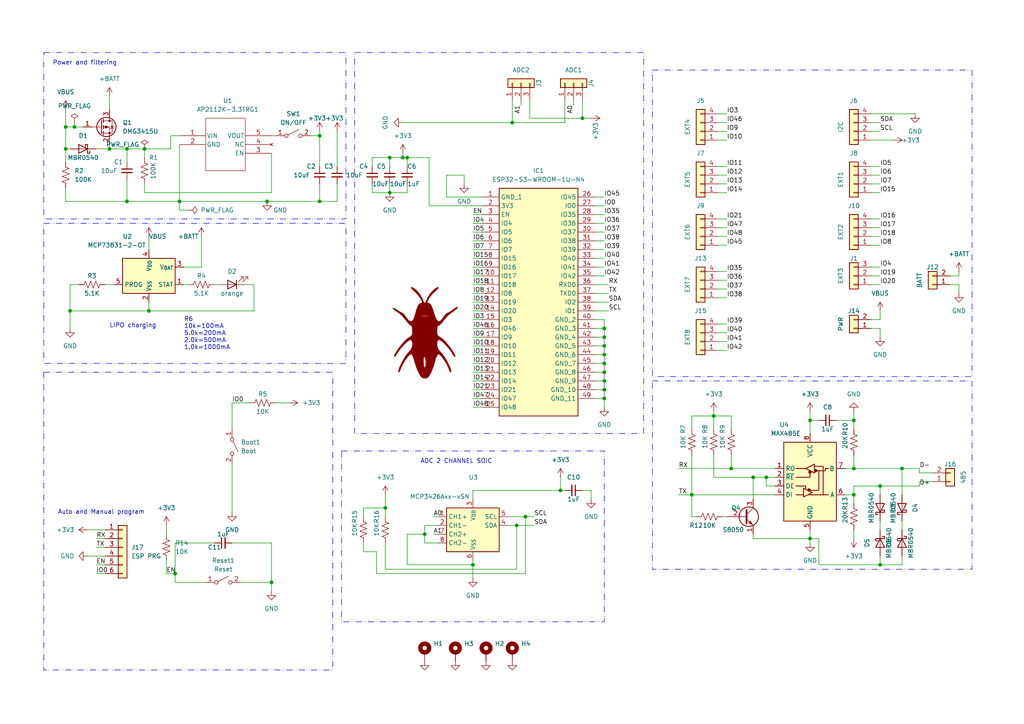
<source format=kicad_sch>
(kicad_sch (version 20231120) (generator "eeschema") (generator_version "8.0")
  (paper "A4")
  (title_block (title "Sonpakharu") (date "2023-12-31") (rev "1.0.1") (company "Rajendra Khope"))
  (junction (at 111.76 147.32))
  (junction (at 137.16 163.83))
  (junction (at 175.26 107.95))
  (junction (at 247.65 143.51))
  (junction (at 19.05 36.83))
  (junction (at 19.05 43.18))
  (junction (at 175.26 95.25))
  (junction (at 175.26 115.57))
  (junction (at 20.32 90.17))
  (junction (at 92.71 39.37))
  (junction (at 52.07 58.42))
  (junction (at 175.26 100.33))
  (junction (at 175.26 110.49))
  (junction (at 168.91 34.29))
  (junction (at 162.56 142.24))
  (junction (at 36.83 58.42))
  (junction (at 36.83 43.18))
  (junction (at 116.84 45.72))
  (junction (at 113.03 45.72))
  (junction (at 77.47 58.42))
  (junction (at 175.26 105.41))
  (junction (at 149.86 152.4))
  (junction (at 255.27 163.83))
  (junction (at 41.91 43.18))
  (junction (at 113.03 55.88))
  (junction (at 212.09 135.89))
  (junction (at 261.62 135.89))
  (junction (at 247.65 135.89))
  (junction (at 175.26 113.03))
  (junction (at 31.75 43.18))
  (junction (at 247.65 121.92))
  (junction (at 200.66 143.51))
  (junction (at 255.27 140.97))
  (junction (at 234.95 156.21))
  (junction (at 148.59 35.56))
  (junction (at 175.26 97.79))
  (junction (at 43.18 90.17))
  (junction (at 152.4 149.86))
  (junction (at 222.25 138.43))
  (junction (at 123.19 154.94))
  (junction (at 234.95 121.92))
  (junction (at 50.8 166.37))
  (junction (at 207.01 120.65))
  (junction (at 118.11 45.72))
  (junction (at 92.71 58.42))
  (junction (at 175.26 102.87))
  (junction (at 218.44 138.43))
  (junction (at 78.74 168.91))
  (junction (at 21.59 36.83))
  (wire (pts (xy 90.17 39.37) (xy 92.71 39.37)))
  (wire (pts (xy 137.16 118.11) (xy 139.7 118.11)))
  (wire (pts (xy 200.66 124.46) (xy 200.66 120.65)))
  (wire (pts (xy 67.31 116.84) (xy 72.39 116.84)))
  (wire (pts (xy 111.76 143.51) (xy 111.76 147.32)))
  (wire (pts (xy 105.41 149.86) (xy 105.41 147.32)))
  (wire (pts (xy 97.79 38.1) (xy 97.79 48.26)))
  (wire (pts (xy 125.73 149.86) (xy 127 149.86)))
  (wire (pts (xy 113.03 45.72) (xy 107.95 45.72)))
  (wire (pts (xy 49.53 39.37) (xy 49.53 43.18)))
  (wire (pts (xy 208.28 48.26) (xy 210.82 48.26)))
  (wire (pts (xy 137.16 107.95) (xy 139.7 107.95)))
  (wire (pts (xy 175.26 95.25) (xy 175.26 97.79)))
  (wire (pts (xy 52.07 60.96) (xy 52.07 58.42)))
  (wire (pts (xy 252.73 63.5) (xy 255.27 63.5)))
  (wire (pts (xy 113.03 53.34) (xy 113.03 55.88)))
  (wire (pts (xy 208.28 33.02) (xy 210.82 33.02)))
  (wire (pts (xy 73.66 90.17) (xy 43.18 90.17)))
  (wire (pts (xy 252.73 38.1) (xy 255.27 38.1)))
  (wire (pts (xy 21.59 36.83) (xy 24.13 36.83)))
  (wire (pts (xy 255.27 163.83) (xy 237.49 163.83)))
  (wire (pts (xy 124.46 45.72) (xy 118.11 45.72)))
  (wire (pts (xy 255.27 140.97) (xy 266.7 140.97)))
  (wire (pts (xy 252.73 40.64) (xy 259.08 40.64)))
  (wire (pts (xy 36.83 52.07) (xy 36.83 58.42)))
  (wire (pts (xy 149.86 165.1) (xy 149.86 152.4)))
  (wire (pts (xy 266.7 139.7) (xy 266.7 140.97)))
  (wire (pts (xy 252.73 95.25) (xy 255.27 95.25)))
  (wire (pts (xy 137.16 82.55) (xy 139.7 82.55)))
  (wire (pts (xy 78.74 168.91) (xy 78.74 171.45)))
  (wire (pts (xy 172.72 105.41) (xy 175.26 105.41)))
  (wire (pts (xy 137.16 105.41) (xy 139.7 105.41)))
  (wire (pts (xy 162.56 142.24) (xy 163.83 142.24)))
  (wire (pts (xy 208.28 71.12) (xy 210.82 71.12)))
  (wire (pts (xy 266.7 137.16) (xy 266.7 135.89)))
  (wire (pts (xy 171.45 142.24) (xy 171.45 144.78)))
  (wire (pts (xy 107.95 53.34) (xy 107.95 55.88)))
  (wire (pts (xy 62.23 157.48) (xy 50.8 157.48)))
  (wire (pts (xy 41.91 53.34) (xy 41.91 55.88)))
  (wire (pts (xy 77.47 58.42) (xy 92.71 58.42)))
  (wire (pts (xy 175.26 110.49) (xy 175.26 113.03)))
  (wire (pts (xy 153.67 29.21) (xy 153.67 34.29)))
  (wire (pts (xy 175.26 97.79) (xy 175.26 100.33)))
  (wire (pts (xy 36.83 46.99) (xy 36.83 43.18)))
  (wire (pts (xy 261.62 151.13) (xy 261.62 153.67)))
  (wire (pts (xy 172.72 95.25) (xy 175.26 95.25)))
  (wire (pts (xy 152.4 149.86) (xy 154.94 149.86)))
  (wire (pts (xy 255.27 151.13) (xy 255.27 153.67)))
  (wire (pts (xy 139.7 59.69) (xy 124.46 59.69)))
  (wire (pts (xy 67.31 134.62) (xy 67.31 148.59)))
  (wire (pts (xy 208.28 78.74) (xy 210.82 78.74)))
  (wire (pts (xy 255.27 161.29) (xy 255.27 163.83)))
  (wire (pts (xy 21.59 35.56) (xy 21.59 36.83)))
  (wire (pts (xy 137.16 102.87) (xy 139.7 102.87)))
  (wire (pts (xy 242.57 121.92) (xy 247.65 121.92)))
  (wire (pts (xy 53.34 82.55) (xy 54.61 82.55)))
  (wire (pts (xy 175.26 105.41) (xy 175.26 107.95)))
  (wire (pts (xy 172.72 100.33) (xy 175.26 100.33)))
  (wire (pts (xy 208.28 99.06) (xy 210.82 99.06)))
  (wire (pts (xy 137.16 67.31) (xy 139.7 67.31)))
  (wire (pts (xy 67.31 157.48) (xy 78.74 157.48)))
  (wire (pts (xy 247.65 135.89) (xy 261.62 135.89)))
  (wire (pts (xy 113.03 45.72) (xy 116.84 45.72)))
  (wire (pts (xy 252.73 66.04) (xy 255.27 66.04)))
  (wire (pts (xy 137.16 90.17) (xy 139.7 90.17)))
  (wire (pts (xy 261.62 143.51) (xy 261.62 135.89)))
  (wire (pts (xy 31.75 43.18) (xy 36.83 43.18)))
  (wire (pts (xy 224.79 140.97) (xy 222.25 140.97)))
  (wire (pts (xy 275.59 80.01) (xy 278.13 80.01)))
  (wire (pts (xy 172.72 92.71) (xy 175.26 92.71)))
  (wire (pts (xy 247.65 135.89) (xy 247.65 132.08)))
  (wire (pts (xy 20.32 95.25) (xy 20.32 90.17)))
  (wire (pts (xy 105.41 157.48) (xy 105.41 160.02)))
  (wire (pts (xy 207.01 120.65) (xy 212.09 120.65)))
  (wire (pts (xy 54.61 60.96) (xy 52.07 60.96)))
  (wire (pts (xy 67.31 116.84) (xy 67.31 124.46)))
  (wire (pts (xy 234.95 121.92) (xy 234.95 125.73)))
  (wire (pts (xy 252.73 33.02) (xy 265.43 33.02)))
  (wire (pts (xy 163.83 35.56) (xy 148.59 35.56)))
  (wire (pts (xy 247.65 121.92) (xy 247.65 124.46)))
  (wire (pts (xy 252.73 55.88) (xy 255.27 55.88)))
  (wire (pts (xy 129.54 57.15) (xy 139.7 57.15)))
  (wire (pts (xy 118.11 154.94) (xy 118.11 163.83)))
  (wire (pts (xy 41.91 55.88) (xy 78.74 55.88)))
  (wire (pts (xy 261.62 135.89) (xy 266.7 135.89)))
  (wire (pts (xy 125.73 154.94) (xy 127 154.94)))
  (wire (pts (xy 73.66 82.55) (xy 73.66 90.17)))
  (wire (pts (xy 50.8 166.37) (xy 50.8 168.91)))
  (wire (pts (xy 137.16 97.79) (xy 139.7 97.79)))
  (wire (pts (xy 19.05 43.18) (xy 19.05 46.99)))
  (wire (pts (xy 20.32 90.17) (xy 20.32 82.55)))
  (wire (pts (xy 118.11 53.34) (xy 118.11 55.88)))
  (wire (pts (xy 175.26 92.71) (xy 175.26 95.25)))
  (wire (pts (xy 137.16 92.71) (xy 139.7 92.71)))
  (wire (pts (xy 43.18 68.58) (xy 43.18 72.39)))
  (wire (pts (xy 222.25 138.43) (xy 218.44 138.43)))
  (wire (pts (xy 175.26 100.33) (xy 175.26 102.87)))
  (wire (pts (xy 27.94 43.18) (xy 31.75 43.18)))
  (wire (pts (xy 172.72 97.79) (xy 175.26 97.79)))
  (wire (pts (xy 172.72 85.09) (xy 176.53 85.09)))
  (wire (pts (xy 172.72 102.87) (xy 175.26 102.87)))
  (wire (pts (xy 208.28 68.58) (xy 210.82 68.58)))
  (wire (pts (xy 62.23 82.55) (xy 63.5 82.55)))
  (wire (pts (xy 224.79 135.89) (xy 212.09 135.89)))
  (wire (pts (xy 123.19 152.4) (xy 123.19 154.94)))
  (wire (pts (xy 255.27 143.51) (xy 255.27 140.97)))
  (wire (pts (xy 19.05 43.18) (xy 20.32 43.18)))
  (wire (pts (xy 208.28 40.64) (xy 210.82 40.64)))
  (wire (pts (xy 151.13 29.21) (xy 151.13 30.48)))
  (wire (pts (xy 19.05 36.83) (xy 21.59 36.83)))
  (wire (pts (xy 172.72 77.47) (xy 175.26 77.47)))
  (wire (pts (xy 113.03 55.88) (xy 118.11 55.88)))
  (wire (pts (xy 252.73 35.56) (xy 255.27 35.56)))
  (wire (pts (xy 172.72 74.93) (xy 175.26 74.93)))
  (wire (pts (xy 20.32 82.55) (xy 22.86 82.55)))
  (wire (pts (xy 172.72 90.17) (xy 176.53 90.17)))
  (wire (pts (xy 53.34 77.47) (xy 58.42 77.47)))
  (wire (pts (xy 252.73 68.58) (xy 255.27 68.58)))
  (wire (pts (xy 137.16 113.03) (xy 139.7 113.03)))
  (wire (pts (xy 234.95 156.21) (xy 234.95 157.48)))
  (wire (pts (xy 270.51 139.7) (xy 266.7 139.7)))
  (wire (pts (xy 218.44 138.43) (xy 218.44 144.78)))
  (wire (pts (xy 212.09 135.89) (xy 212.09 132.08)))
  (wire (pts (xy 19.05 54.61) (xy 19.05 58.42)))
  (wire (pts (xy 245.11 143.51) (xy 247.65 143.51)))
  (wire (pts (xy 172.72 72.39) (xy 175.26 72.39)))
  (wire (pts (xy 208.28 81.28) (xy 210.82 81.28)))
  (wire (pts (xy 27.94 156.21) (xy 30.48 156.21)))
  (wire (pts (xy 149.86 152.4) (xy 147.32 152.4)))
  (wire (pts (xy 118.11 45.72) (xy 116.84 45.72)))
  (wire (pts (xy 118.11 163.83) (xy 137.16 163.83)))
  (wire (pts (xy 78.74 157.48) (xy 78.74 168.91)))
  (wire (pts (xy 92.71 39.37) (xy 92.71 48.26)))
  (wire (pts (xy 41.91 43.18) (xy 41.91 45.72)))
  (wire (pts (xy 27.94 166.37) (xy 30.48 166.37)))
  (wire (pts (xy 50.8 168.91) (xy 59.69 168.91)))
  (wire (pts (xy 36.83 43.18) (xy 41.91 43.18)))
  (wire (pts (xy 175.26 113.03) (xy 175.26 115.57)))
  (wire (pts (xy 252.73 50.8) (xy 255.27 50.8)))
  (wire (pts (xy 41.91 43.18) (xy 49.53 43.18)))
  (wire (pts (xy 116.84 45.72) (xy 116.84 44.45)))
  (wire (pts (xy 147.32 149.86) (xy 152.4 149.86)))
  (wire (pts (xy 172.72 113.03) (xy 175.26 113.03)))
  (wire (pts (xy 69.85 168.91) (xy 78.74 168.91)))
  (wire (pts (xy 127 152.4) (xy 123.19 152.4)))
  (wire (pts (xy 208.28 63.5) (xy 210.82 63.5)))
  (wire (pts (xy 172.72 69.85) (xy 175.26 69.85)))
  (wire (pts (xy 113.03 48.26) (xy 113.03 45.72)))
  (wire (pts (xy 261.62 161.29) (xy 261.62 163.83)))
  (wire (pts (xy 107.95 55.88) (xy 113.03 55.88)))
  (wire (pts (xy 172.72 110.49) (xy 175.26 110.49)))
  (wire (pts (xy 52.07 39.37) (xy 49.53 39.37)))
  (wire (pts (xy 252.73 92.71) (xy 255.27 92.71)))
  (wire (pts (xy 152.4 149.86) (xy 152.4 166.37)))
  (wire (pts (xy 137.16 64.77) (xy 139.7 64.77)))
  (wire (pts (xy 207.01 120.65) (xy 207.01 124.46)))
  (wire (pts (xy 123.19 154.94) (xy 123.19 157.48)))
  (wire (pts (xy 78.74 39.37) (xy 80.01 39.37)))
  (wire (pts (xy 152.4 166.37) (xy 109.22 166.37)))
  (wire (pts (xy 109.22 166.37) (xy 109.22 160.02)))
  (wire (pts (xy 255.27 92.71) (xy 255.27 90.17)))
  (wire (pts (xy 137.16 142.24) (xy 137.16 144.78)))
  (wire (pts (xy 48.26 166.37) (xy 50.8 166.37)))
  (wire (pts (xy 252.73 71.12) (xy 255.27 71.12)))
  (wire (pts (xy 175.26 107.95) (xy 175.26 110.49)))
  (wire (pts (xy 166.37 29.21) (xy 166.37 30.48)))
  (wire (pts (xy 129.54 57.15) (xy 129.54 50.8)))
  (wire (pts (xy 80.01 116.84) (xy 83.82 116.84)))
  (wire (pts (xy 278.13 78.74) (xy 278.13 80.01)))
  (wire (pts (xy 234.95 119.38) (xy 234.95 121.92)))
  (wire (pts (xy 36.83 58.42) (xy 52.07 58.42)))
  (wire (pts (xy 200.66 120.65) (xy 207.01 120.65)))
  (wire (pts (xy 172.72 67.31) (xy 175.26 67.31)))
  (wire (pts (xy 275.59 82.55) (xy 278.13 82.55)))
  (wire (pts (xy 224.79 143.51) (xy 200.66 143.51)))
  (wire (pts (xy 207.01 138.43) (xy 207.01 132.08)))
  (wire (pts (xy 172.72 62.23) (xy 175.26 62.23)))
  (wire (pts (xy 134.62 50.8) (xy 134.62 53.34)))
  (wire (pts (xy 168.91 142.24) (xy 171.45 142.24)))
  (wire (pts (xy 207.01 119.38) (xy 207.01 120.65)))
  (wire (pts (xy 137.16 162.56) (xy 137.16 163.83)))
  (wire (pts (xy 134.62 50.8) (xy 129.54 50.8)))
  (wire (pts (xy 137.16 62.23) (xy 139.7 62.23)))
  (wire (pts (xy 19.05 58.42) (xy 36.83 58.42)))
  (wire (pts (xy 137.16 69.85) (xy 139.7 69.85)))
  (wire (pts (xy 48.26 152.4) (xy 48.26 154.94)))
  (wire (pts (xy 52.07 58.42) (xy 77.47 58.42)))
  (wire (pts (xy 43.18 87.63) (xy 43.18 90.17)))
  (wire (pts (xy 97.79 58.42) (xy 97.79 53.34)))
  (wire (pts (xy 172.72 82.55) (xy 176.53 82.55)))
  (wire (pts (xy 149.86 152.4) (xy 154.94 152.4)))
  (wire (pts (xy 31.75 41.91) (xy 31.75 43.18)))
  (wire (pts (xy 200.66 143.51) (xy 200.66 132.08)))
  (wire (pts (xy 208.28 35.56) (xy 210.82 35.56)))
  (wire (pts (xy 30.48 82.55) (xy 33.02 82.55)))
  (wire (pts (xy 196.85 135.89) (xy 212.09 135.89)))
  (wire (pts (xy 237.49 163.83) (xy 237.49 156.21)))
  (wire (pts (xy 19.05 36.83) (xy 19.05 31.75)))
  (wire (pts (xy 50.8 157.48) (xy 50.8 166.37)))
  (wire (pts (xy 209.55 149.86) (xy 210.82 149.86)))
  (wire (pts (xy 218.44 138.43) (xy 207.01 138.43)))
  (wire (pts (xy 25.4 153.67) (xy 30.48 153.67)))
  (wire (pts (xy 172.72 107.95) (xy 175.26 107.95)))
  (wire (pts (xy 19.05 36.83) (xy 19.05 43.18)))
  (wire (pts (xy 234.95 156.21) (xy 234.95 153.67)))
  (wire (pts (xy 247.65 140.97) (xy 247.65 143.51)))
  (wire (pts (xy 208.28 93.98) (xy 210.82 93.98)))
  (wire (pts (xy 247.65 119.38) (xy 247.65 121.92)))
  (wire (pts (xy 270.51 137.16) (xy 266.7 137.16)))
  (wire (pts (xy 278.13 82.55) (xy 278.13 85.09)))
  (wire (pts (xy 137.16 87.63) (xy 139.7 87.63)))
  (wire (pts (xy 137.16 95.25) (xy 139.7 95.25)))
  (wire (pts (xy 252.73 82.55) (xy 255.27 82.55)))
  (wire (pts (xy 78.74 44.45) (xy 78.74 55.88)))
  (wire (pts (xy 123.19 154.94) (xy 118.11 154.94)))
  (wire (pts (xy 105.41 147.32) (xy 111.76 147.32)))
  (wire (pts (xy 118.11 45.72) (xy 118.11 48.26)))
  (wire (pts (xy 245.11 135.89) (xy 247.65 135.89)))
  (wire (pts (xy 222.25 140.97) (xy 222.25 138.43)))
  (wire (pts (xy 252.73 77.47) (xy 255.27 77.47)))
  (wire (pts (xy 163.83 29.21) (xy 163.83 35.56)))
  (wire (pts (xy 208.28 53.34) (xy 210.82 53.34)))
  (wire (pts (xy 208.28 66.04) (xy 210.82 66.04)))
  (wire (pts (xy 255.27 140.97) (xy 247.65 140.97)))
  (wire (pts (xy 71.12 82.55) (xy 73.66 82.55)))
  (wire (pts (xy 111.76 165.1) (xy 149.86 165.1)))
  (wire (pts (xy 123.19 157.48) (xy 127 157.48)))
  (wire (pts (xy 218.44 154.94) (xy 218.44 156.21)))
  (wire (pts (xy 208.28 86.36) (xy 210.82 86.36)))
  (wire (pts (xy 162.56 142.24) (xy 162.56 138.43)))
  (wire (pts (xy 111.76 157.48) (xy 111.76 165.1)))
  (wire (pts (xy 208.28 101.6) (xy 210.82 101.6)))
  (wire (pts (xy 111.76 147.32) (xy 111.76 149.86)))
  (wire (pts (xy 31.75 27.94) (xy 31.75 31.75)))
  (wire (pts (xy 148.59 29.21) (xy 148.59 35.56)))
  (wire (pts (xy 137.16 163.83) (xy 137.16 167.64)))
  (wire (pts (xy 252.73 80.01) (xy 255.27 80.01)))
  (wire (pts (xy 247.65 153.67) (xy 247.65 156.21)))
  (wire (pts (xy 224.79 138.43) (xy 222.25 138.43)))
  (wire (pts (xy 109.22 160.02) (xy 105.41 160.02)))
  (wire (pts (xy 137.16 74.93) (xy 139.7 74.93)))
  (wire (pts (xy 172.72 59.69) (xy 175.26 59.69)))
  (wire (pts (xy 212.09 124.46) (xy 212.09 120.65)))
  (wire (pts (xy 137.16 100.33) (xy 139.7 100.33)))
  (wire (pts (xy 175.26 102.87) (xy 175.26 105.41)))
  (wire (pts (xy 137.16 80.01) (xy 139.7 80.01)))
  (wire (pts (xy 25.4 161.29) (xy 30.48 161.29)))
  (wire (pts (xy 52.07 41.91) (xy 52.07 58.42)))
  (wire (pts (xy 208.28 50.8) (xy 210.82 50.8)))
  (wire (pts (xy 137.16 85.09) (xy 139.7 85.09)))
  (wire (pts (xy 43.18 90.17) (xy 20.32 90.17)))
  (wire (pts (xy 208.28 55.88) (xy 210.82 55.88)))
  (wire (pts (xy 172.72 115.57) (xy 175.26 115.57)))
  (wire (pts (xy 252.73 48.26) (xy 255.27 48.26)))
  (wire (pts (xy 92.71 38.1) (xy 92.71 39.37)))
  (wire (pts (xy 27.94 158.75) (xy 30.48 158.75)))
  (wire (pts (xy 218.44 156.21) (xy 234.95 156.21)))
  (wire (pts (xy 137.16 77.47) (xy 139.7 77.47)))
  (wire (pts (xy 208.28 83.82) (xy 210.82 83.82)))
  (wire (pts (xy 137.16 72.39) (xy 139.7 72.39)))
  (wire (pts (xy 92.71 58.42) (xy 97.79 58.42)))
  (wire (pts (xy 196.85 143.51) (xy 200.66 143.51)))
  (wire (pts (xy 201.93 149.86) (xy 200.66 149.86)))
  (wire (pts (xy 153.67 34.29) (xy 168.91 34.29)))
  (wire (pts (xy 208.28 96.52) (xy 210.82 96.52)))
  (wire (pts (xy 175.26 115.57) (xy 175.26 118.11)))
  (wire (pts (xy 172.72 80.01) (xy 175.26 80.01)))
  (wire (pts (xy 261.62 163.83) (xy 255.27 163.83)))
  (wire (pts (xy 252.73 53.34) (xy 255.27 53.34)))
  (wire (pts (xy 124.46 59.69) (xy 124.46 45.72)))
  (wire (pts (xy 58.42 77.47) (xy 58.42 68.58)))
  (wire (pts (xy 116.84 35.56) (xy 148.59 35.56)))
  (wire (pts (xy 137.16 115.57) (xy 139.7 115.57)))
  (wire (pts (xy 234.95 121.92) (xy 237.49 121.92)))
  (wire (pts (xy 208.28 38.1) (xy 210.82 38.1)))
  (wire (pts (xy 137.16 110.49) (xy 139.7 110.49)))
  (wire (pts (xy 137.16 142.24) (xy 162.56 142.24)))
  (wire (pts (xy 255.27 95.25) (xy 255.27 97.79)))
  (wire (pts (xy 172.72 57.15) (xy 175.26 57.15)))
  (wire (pts (xy 27.94 163.83) (xy 30.48 163.83)))
  (wire (pts (xy 247.65 143.51) (xy 247.65 146.05)))
  (wire (pts (xy 92.71 53.34) (xy 92.71 58.42)))
  (wire (pts (xy 200.66 149.86) (xy 200.66 143.51)))
  (wire (pts (xy 237.49 156.21) (xy 234.95 156.21)))
  (wire (pts (xy 172.72 64.77) (xy 175.26 64.77)))
  (wire (pts (xy 48.26 162.56) (xy 48.26 166.37)))
  (wire (pts (xy 172.72 87.63) (xy 176.53 87.63)))
  (wire (pts (xy 168.91 29.21) (xy 168.91 34.29)))
  (wire (pts (xy 168.91 34.29) (xy 171.45 34.29)))
  (wire (pts (xy 107.95 45.72) (xy 107.95 48.26)))
  (rectangle (start 12.7 15.24) (end 100.33 63.5) (stroke (width 0) (type dash_dot_dot)))
  (rectangle (start 12.7 107.95) (end 96.52 194.31) (stroke (width 0) (type dash_dot_dot)))
  (rectangle (start 12.7 64.77) (end 100.33 105.41) (stroke (width 0) (type dash_dot_dot)))
  (rectangle (start 102.87 15.24) (end 186.69 125.73) (stroke (width 0) (type dash_dot_dot)))
  (rectangle (start 99.06 130.81) (end 175.26 180.34) (stroke (width 0) (type dash_dot_dot)))
  (rectangle (start 189.23 20.32) (end 281.94 109.22) (stroke (width 0) (type dash_dot_dot)))
  (rectangle (start 189.23 110.49) (end 281.94 165.1) (stroke (width 0) (type dash_dot_dot)))
  (text "Power and filtering" (at 15.24 19.05 0) (effects (font (size 1.27 1.27)) (justify left bottom)))
  (text "Auto and Manual program" (at 16.764 149.352 0) (effects (font (size 1.27 1.27)) (justify left bottom)))
  (text "LIPO charging" (at 31.75 95.25 0) (effects (font (size 1.27 1.27)) (justify left bottom)))
  (text "R6\n10k=100mA\n5.0k=200mA\n2.0k=500mA\n1.0k=1000mA" (at 53.34 101.6 0) (effects (font (size 1.27 1.27)) (justify left bottom)))
  (text "ADC 2 CHANNEL SOIC" (at 121.92 134.62 0) (effects (font (size 1.27 1.27)) (justify left bottom)))
  (label "IO0" (at 175.26 59.69 0))
  (label "IO17" (at 137.16 80.01 0))
  (label "IO9" (at 210.82 38.1 0))
  (label "RX" (at 27.94 156.21 0))
  (label "IO40" (at 210.82 96.52 0))
  (label "A1" (at 125.73 154.94 0))
  (label "IO5" (at 137.16 67.31 0))
  (label "IO38" (at 210.82 86.36 0))
  (label "IO19" (at 137.16 87.63 0))
  (label "SDA" (at 176.53 87.63 0))
  (label "IO15" (at 137.16 74.93 0))
  (label "IO16" (at 137.16 77.47 0))
  (label "IO42" (at 210.82 101.6 0))
  (label "IO47" (at 137.16 115.57 0))
  (label "IO20" (at 255.27 82.55 0))
  (label "IO40" (at 175.26 74.93 0))
  (label "IO7" (at 137.16 72.39 0))
  (label "IO38" (at 175.26 69.85 0))
  (label "IO13" (at 210.82 53.34 0))
  (label "IO0" (at 27.94 166.37 0))
  (label "IO11" (at 210.82 48.26 0))
  (label "IO6" (at 137.16 69.85 0))
  (label "IO46" (at 137.16 95.25 0))
  (label "IO9" (at 137.16 97.79 0))
  (label "SCL" (at 176.53 90.17 0))
  (label "IO41" (at 210.82 99.06 0))
  (label "IO37" (at 175.26 67.31 0))
  (label "A0" (at 166.37 30.48 270))
  (label "IO5" (at 255.27 48.26 0))
  (label "IO10" (at 137.16 100.33 0))
  (label "IO39" (at 175.26 72.39 0))
  (label "IO8" (at 137.16 85.09 0))
  (label "IO19" (at 255.27 80.01 0))
  (label "IO39" (at 210.82 93.98 0))
  (label "TX" (at 196.85 143.51 0))
  (label "IO36" (at 210.82 81.28 0))
  (label "TX" (at 27.94 158.75 0))
  (label "TX" (at 176.53 85.09 0))
  (label "EN" (at 27.94 163.83 0))
  (label "IO14" (at 137.16 110.49 0))
  (label "IO6" (at 255.27 50.8 0))
  (label "IO4" (at 255.27 77.47 0))
  (label "RX" (at 196.85 135.89 0))
  (label "IO13" (at 137.16 107.95 0))
  (label "IO47" (at 210.82 66.04 0))
  (label "IO21" (at 210.82 63.5 0))
  (label "SDA" (at 154.94 152.4 0))
  (label "IO10" (at 210.82 40.64 0))
  (label "IO48" (at 137.16 118.11 0))
  (label "IO12" (at 137.16 105.41 0))
  (label "SDA" (at 255.27 35.56 0))
  (label "IO4" (at 137.16 64.77 0))
  (label "IO20" (at 137.16 90.17 0))
  (label "IO14" (at 210.82 55.88 0))
  (label "IO18" (at 255.27 68.58 0))
  (label "SCL" (at 154.94 149.86 0))
  (label "IO11" (at 137.16 102.87 0))
  (label "IO48" (at 210.82 68.58 0))
  (label "SCL" (at 255.27 38.1 0))
  (label "IO3" (at 137.16 92.71 0))
  (label "IO12" (at 210.82 50.8 0))
  (label "EN" (at 137.16 62.23 0))
  (label "IO46" (at 210.82 35.56 0))
  (label "IO41" (at 175.26 77.47 0))
  (label "IO42" (at 175.26 80.01 0))
  (label "IO45" (at 210.82 71.12 0))
  (label "D-" (at 266.7 135.89 0))
  (label "IO16" (at 255.27 63.5 0))
  (label "IO37" (at 210.82 83.82 0))
  (label "D+" (at 266.7 140.97 0))
  (label "RX" (at 176.53 82.55 0))
  (label "IO15" (at 255.27 55.88 0))
  (label "IO21" (at 137.16 113.03 0))
  (label "IO18" (at 137.16 82.55 0))
  (label "EN" (at 48.26 166.37 0))
  (label "IO8" (at 255.27 71.12 0))
  (label "IO45" (at 175.26 57.15 0))
  (label "A1" (at 151.13 30.48 270))
  (label "IO17" (at 255.27 66.04 0))
  (label "IO3" (at 210.82 33.02 0))
  (label "IO35" (at 210.82 78.74 0))
  (label "IO35" (at 175.26 62.23 0))
  (label "A0" (at 125.73 149.86 0))
  (label "IO7" (at 255.27 53.34 0))
  (label "IO36" (at 175.26 64.77 0))
  (label "IO0" (at 67.31 116.84 0))
  (symbol (lib_id "Device:R_US") (at 76.2 116.84 90) (unit 1)
    (property "Reference" "R5" (at 76.2 114.3 90))
    (property "Value" "10K" (at 76.2 119.38 90))
    (property "Footprint" "Resistor_SMD:R_0805_2012Metric" (effects (hide yes)))
    (property "MPN" "C25804" (effects (hide yes)))
  )
  (symbol (lib_id "power:+3V3") (at 162.56 138.43 0) (unit 1)
    (property "Reference" "#PWR028" (effects (hide yes)))
    (property "Value" "+3V3" (at 162.56 133.35 0))
  )
  (symbol (lib_id "power:+3V3") (at 83.82 116.84 270) (unit 1)
    (property "Reference" "#PWR020" (effects (hide yes)))
    (property "Value" "+3V3" (at 87.63 116.84 90) (effects (justify left)))
  )
  (symbol (lib_id "power:GND") (at 78.74 171.45 0) (unit 1)
    (property "Reference" "#PWR036" (effects (hide yes)))
    (property "Value" "GND" (at 78.74 176.53 0))
  )
  (symbol (lib_id "Device:C_Small") (at 166.37 142.24 270) (unit 1)
    (property "Reference" "C10" (at 166.37 138.43 90))
    (property "Value" "1uF" (at 166.37 144.78 90))
    (property "Footprint" "Capacitor_SMD:C_0805_2012Metric" (effects (hide yes)))
    (property "MPN" "C363560" (effects (hide yes)))
  )
  (symbol (lib_id "Device:R_US") (at 105.41 153.67 0) (unit 1)
    (property "Reference" "R15" (at 102.87 149.86 90))
    (property "Value" "10K" (at 102.87 153.67 90))
    (property "Footprint" "Resistor_SMD:R_0805_2012Metric" (effects (hide yes)))
    (property "MPN" "C25804" (effects (hide yes)))
  )
  (symbol (lib_id "power:+3V3") (at 259.08 40.64 270) (unit 1)
    (property "Reference" "#PWR08" (effects (hide yes)))
    (property "Value" "+3V3" (at 264.16 40.64 90))
  )
  (symbol (lib_id "Connector_Generic:Conn_01x04") (at 247.65 38.1 180) (unit 1)
    (property "Reference" "J6" (at 247.65 29.21 0))
    (property "Value" "I2C" (at 243.84 36.83 90))
    (property "Footprint" "Connector_Molex:Molex_KK-254_AE-6410-04A_1x04_P2.54mm_Vertical" (effects (hide yes)))
  )
  (symbol (lib_id "Device:C_Small") (at 240.03 121.92 270) (unit 1)
    (property "Reference" "C8" (at 240.03 118.11 90))
    (property "Value" "1uF" (at 240.03 124.46 90))
    (property "Footprint" "Capacitor_SMD:C_0805_2012Metric" (effects (hide yes)))
    (property "MPN" "C363560" (effects (hide yes)))
  )
  (symbol (lib_id "power:+3V3") (at 207.01 119.38 0) (unit 1)
    (property "Reference" "#PWR022" (effects (hide yes)))
    (property "Value" "+3V3" (at 207.01 114.3 0))
  )
  (symbol (lib_id "Device:C_Small") (at 118.11 50.8 0) (unit 1)
    (property "Reference" "C6" (at 118.11 48.26 0) (effects (justify left)))
    (property "Value" "1uF" (at 118.11 53.34 0) (effects (justify left)))
    (property "Footprint" "Capacitor_SMD:C_0805_2012Metric" (effects (hide yes)))
    (property "MPN" "C363560" (effects (hide yes)))
  )
  (symbol (lib_id "Connector_Generic:Conn_01x03") (at 247.65 80.01 180) (unit 1)
    (property "Reference" "J1" (at 247.65 74.93 0))
    (property "Value" "EXT3" (at 243.84 80.01 90))
    (property "Footprint" "Connector_Molex:Molex_KK-254_AE-6410-03A_1x03_P2.54mm_Vertical" (effects (hide yes)))
  )
  (symbol (lib_id "Mechanical:MountingHole_Pad") (at 140.97 189.23 0) (unit 1)
    (property "Reference" "H2" (at 143.51 186.69 0) (effects (justify left)))
    (property "Value" "mounting hole" (effects (hide yes)))
    (property "Footprint" "MountingHole:MountingHole_2.2mm_M2_Pad_Via" (effects (hide yes)))
  )
  (symbol (lib_id "Transistor_BJT:S8050") (at 215.9 149.86 0) (unit 1)
    (property "Reference" "Q4" (at 212.09 147.32 0) (effects (justify left)))
    (property "Value" "S8050" (at 209.55 153.67 0) (effects (justify left)))
    (property "Footprint" "Package_TO_SOT_SMD:SOT-23" (effects (hide yes)))
    (property "Datasheet" "http://www.unisonic.com.tw/datasheet/S8050.pdf" (effects (hide yes)))
    (property "package" " SOT-23" (effects (hide yes)))
    (property "MPN" "C5249674" (effects (hide yes)))
  )
  (symbol (lib_id "Device:R_US") (at 48.26 158.75 180) (unit 1)
    (property "Reference" "R14" (at 50.8 157.48 0) (effects (justify right)))
    (property "Value" "10K" (at 50.8 160.02 0) (effects (justify right)))
    (property "Footprint" "Resistor_SMD:R_0805_2012Metric" (effects (hide yes)))
    (property "MPN" "C25804" (effects (hide yes)))
  )
  (symbol (lib_id "power:+3V3") (at 25.4 153.67 90) (unit 1)
    (property "Reference" "#PWR045" (effects (hide yes)))
    (property "Value" "+3V3" (at 21.59 153.6699 90) (effects (justify left)))
  )
  (symbol (lib_id "Device:R_US") (at 212.09 128.27 0) (unit 1)
    (property "Reference" "R9" (at 209.55 124.46 90))
    (property "Value" "10K" (at 209.55 128.27 90))
    (property "Footprint" "Resistor_SMD:R_0805_2012Metric" (effects (hide yes)))
    (property "MPN" "C25804" (effects (hide yes)))
  )
  (symbol (lib_id "Diode:MBR0540") (at 255.27 157.48 270) (unit 1)
    (property "Reference" "D5" (at 251.46 157.48 0))
    (property "Value" "MBR0540" (at 257.81 157.48 0))
    (property "Footprint" "Diode_SMD:D_SOD-123" (effects (hide yes)))
    (property "Datasheet" "http://www.mccsemi.com/up_pdf/MBR0520~MBR0580(SOD123).pdf" (effects (hide yes)))
    (property "MPN" "C116159" (effects (hide yes)))
  )
  (symbol (lib_id "Mechanical:MountingHole_Pad") (at 148.59 189.23 0) (unit 1)
    (property "Reference" "H4" (at 151.13 186.69 0) (effects (justify left)))
    (property "Value" "MountingHole_Pad" (effects (hide yes)))
    (property "Footprint" "MountingHole:MountingHole_2.2mm_M2_DIN965_Pad" (effects (hide yes)))
  )
  (symbol (lib_id "Device:C_Small") (at 113.03 50.8 0) (unit 1)
    (property "Reference" "C5" (at 109.22 48.26 0) (effects (justify left)))
    (property "Value" "10uF" (at 113.03 53.34 0) (effects (justify left)))
    (property "Footprint" "Capacitor_SMD:C_0805_2012Metric" (effects (hide yes)))
    (property "MPN" "C5137578" (effects (hide yes)))
  )
  (symbol (lib_id "Device:R_US") (at 19.05 50.8 180) (unit 1)
    (property "Reference" "R2" (at 21.59 49.53 0) (effects (justify right)))
    (property "Value" "100K" (at 21.59 52.07 0) (effects (justify right)))
    (property "Footprint" "Resistor_SMD:R_0805_2012Metric" (effects (hide yes)))
    (property "MPN" "C25803" (effects (hide yes)))
  )
  (symbol (lib_id "power:GND") (at 134.62 53.34 0) (unit 1)
    (property "Reference" "#PWR010" (effects (hide yes)))
    (property "Value" "GND" (at 134.62 58.42 0))
  )
  (symbol (lib_id "Device:R_US") (at 247.65 128.27 0) (unit 1)
    (property "Reference" "R10" (at 245.11 124.46 90))
    (property "Value" "20K" (at 245.11 128.27 90))
    (property "Footprint" "Resistor_SMD:R_0805_2012Metric" (effects (hide yes)))
    (property "MPN" "C25804" (effects (hide yes)))
  )
  (symbol (lib_id "ESP32-S3-WROOM-1U-N4:ESP32-S3-WROOM-1U-N4") (at 139.7 57.15 0) (unit 1)
    (property "Reference" "IC1" (at 156.21 49.53 0))
    (property "Value" "ESP32-S3-WROOM-1U-N4" (at 156.21 52.07 0))
    (property "Footprint" "KiCad:ESP32S3WROOM1UN4" (effects (hide yes)))
    (property "Datasheet" "https://www.espressif.com/sites/default/files/documentation/esp32-s3-wroom-1_wroom-1u_datasheet_en.pdf" (effects (hide yes)))
    (property "Height" "3.35" (effects (hide yes)))
    (property "Manufacturer_Name" "Espressif Systems" (effects (hide yes)))
    (property "Manufacturer_Part_Number" "ESP32-S3-WROOM-1U-N4" (effects (hide yes)))
    (property "Mouser Part Number" "356-ESP32S3WROOM1UN4" (effects (hide yes)))
    (property "Mouser Price/Stock" "https://www.mouser.co.uk/ProductDetail/Espressif-Systems/ESP32-S3-WROOM-1U-N4?qs=Li%252BoUPsLEnuzjBt9s26Lmg%3D%3D" (effects (hide yes)))
    (property "MPN" "C3013945" (effects (hide yes)))
  )
  (symbol (lib_id "Device:C_Small") (at 107.95 50.8 0) (unit 1)
    (property "Reference" "C4" (at 104.14 48.26 0) (effects (justify left)))
    (property "Value" "10uF" (at 107.95 53.34 0) (effects (justify left)))
    (property "Footprint" "Capacitor_SMD:C_0805_2012Metric" (effects (hide yes)))
    (property "MPN" "C5137578" (effects (hide yes)))
  )
  (symbol (lib_id "power:GND") (at 123.19 191.77 0) (unit 1)
    (property "Reference" "#PWR038" (effects (hide yes)))
    (property "Value" "GND" (effects (hide yes)))
  )
  (symbol (lib_id "power:GND") (at 67.31 148.59 0) (unit 1)
    (property "Reference" "#PWR027" (effects (hide yes)))
    (property "Value" "GND" (at 67.31 153.67 0))
  )
  (symbol (lib_id "Connector_Generic:Conn_01x02") (at 270.51 82.55 180) (unit 1)
    (property "Reference" "J12" (at 270.51 77.47 0))
    (property "Value" "BATT" (at 266.7 81.28 90))
    (property "Footprint" "Connector_Molex:Molex_KK-254_AE-6410-02A_1x02_P2.54mm_Vertical" (effects (hide yes)))
  )
  (symbol (lib_id "power:GND") (at 234.95 157.48 0) (unit 1)
    (property "Reference" "#PWR031" (effects (hide yes)))
    (property "Value" "GND" (at 234.95 162.56 0))
  )
  (symbol (lib_id "Connector_Generic:Conn_01x06") (at 35.56 158.75 0) (unit 1)
    (property "Reference" "J17" (at 38.1 158.7499 0) (effects (justify left)))
    (property "Value" "ESP PRG" (at 38.1 161.2899 0) (effects (justify left)))
    (property "Footprint" "Connector_Molex:Molex_KK-254_AE-6410-06A_1x06_P2.54mm_Vertical" (effects (hide yes)))
  )
  (symbol (lib_id "Battery_Management:MCP73831-2-OT") (at 43.18 80.01 0) (unit 1)
    (property "Reference" "U2" (at 35.56 68.58 0) (effects (justify left)))
    (property "Value" "MCP73831-2-OT" (at 25.4 71.12 0) (effects (justify left)))
    (property "Footprint" "Package_TO_SOT_SMD:SOT-23-5" (effects (hide yes)))
    (property "Datasheet" "http://ww1.microchip.com/downloads/en/DeviceDoc/20001984g.pdf" (effects (hide yes)))
    (property "MPN" "C424093" (effects (hide yes)))
  )
  (symbol (lib_id "Mechanical:MountingHole_Pad") (at 132.08 189.23 0) (unit 1)
    (property "Reference" "H3" (at 134.62 186.69 0) (effects (justify left)))
    (property "Value" "MountingHole_Pad" (effects (hide yes)))
    (property "Footprint" "MountingHole:MountingHole_2.2mm_M2_Pad_Via" (effects (hide yes)))
  )
  (symbol (lib_id "Device:R_US") (at 41.91 49.53 180) (unit 1)
    (property "Reference" "R1" (at 43.18 45.72 0) (effects (justify right)))
    (property "Value" "100K" (at 44.45 52.07 90) (effects (justify right)))
    (property "Footprint" "Resistor_SMD:R_0805_2012Metric" (effects (hide yes)))
    (property "MPN" "C25803" (effects (hide yes)))
  )
  (symbol (lib_id "Connector_Generic:Conn_01x03") (at 151.13 24.13 90) (unit 1)
    (property "Reference" "J3" (at 156.21 24.13 0))
    (property "Value" "ADC2" (at 151.13 20.32 90))
    (property "Footprint" "Connector_Molex:Molex_KK-254_AE-6410-03A_1x03_P2.54mm_Vertical" (effects (hide yes)))
  )
  (symbol (lib_id "AP2112K_3_3TRG1:AP2112K-3.3TRG1") (at 66.04 41.91 0) (unit 1)
    (property "Reference" "U1" (at 66.04 29.21 0))
    (property "Value" "AP2112K-3.3TRG1" (at 66.04 31.75 0))
    (property "Footprint" "AP2112K_3_3TRG1:SOT25" (effects (hide yes)))
    (property "Datasheet" "AP2112K-3.3TRG1" (effects (hide yes)))
    (property "Description" "\nVoltage Regulators, LDO, 600mA CMOS LDO 50mA 3.3V 250mV | Diodes Inc AP2112K-3.3TRG1\n" (effects (hide yes)))
    (property "MF" "Diodes Inc." (effects (hide yes)))
    (property "Package" "SOT-753 Diodes Inc." (effects (hide yes)))
    (property "Price" "None" (effects (hide yes)))
    (property "Check_prices" "https://www.snapeda.com/parts/AP2112K-3.3TRG1/Diodes+Inc./view-part/?ref=eda" (effects (hide yes)))
    (property "PARTREV" "2-2" (effects (hide yes)))
    (property "SnapEDA_Link" "https://www.snapeda.com/parts/AP2112K-3.3TRG1/Diodes+Inc./view-part/?ref=snap" (effects (hide yes)))
    (property "MP" "AP2112K-3.3TRG1" (effects (hide yes)))
    (property "Purchase-URL" "https://www.snapeda.com/api/url_track_click_mouser/?unipart_id=454988&manufacturer=Diodes Inc.&part_name=AP2112K-3.3TRG1&search_term=None" (effects (hide yes)))
    (property "Availability" "In Stock" (effects (hide yes)))
    (property "MANUFACTURER" "Diodes Inc." (effects (hide yes)))
    (property "MPN" "C51118" (effects (hide yes)))
  )
  (symbol (lib_id "Connector_Generic:Conn_01x04") (at 247.65 53.34 180) (unit 1)
    (property "Reference" "J8" (at 247.65 44.45 0))
    (property "Value" "EXT1" (at 243.84 52.07 90))
    (property "Footprint" "Connector_Molex:Molex_KK-254_AE-6410-04A_1x04_P2.54mm_Vertical" (effects (hide yes)))
  )
  (symbol (lib_id "Interface_UART:MAX485E") (at 234.95 138.43 0) (unit 1)
    (property "Reference" "U4" (at 226.06 123.19 0) (effects (justify left)))
    (property "Value" "MAX485E" (at 223.52 125.73 0) (effects (justify left)))
    (property "Footprint" "Package_SO:SOIC-8_3.9x4.9mm_P1.27mm" (effects (hide yes)))
    (property "Datasheet" "https://datasheets.maximintegrated.com/en/ds/MAX1487E-MAX491E.pdf" (effects (hide yes)))
    (property "MPN" "C19738" (effects (hide yes)))
  )
  (symbol (lib_id "Analog_ADC:MCP3426Axx-xSN") (at 137.16 154.94 0) (unit 1)
    (property "Reference" "U3" (at 135.89 138.43 0) (effects (justify left)))
    (property "Value" "MCP3426Axx-xSN" (at 118.872 144.018 0) (effects (justify left)))
    (property "Footprint" "Package_SO:SOIC-8_3.9x4.9mm_P1.27mm" (effects (hide yes)))
    (property "Datasheet" "http://ww1.microchip.com/downloads/en/DeviceDoc/22226a.pdf" (effects (hide yes)))
    (property "Description" "16-Bit, Multi-Channel ΔΣ Analog-to-Digital Converter with I2C Interface and On-Board Reference, SOIC-8" (effects (hide yes)))
  )
  (symbol (lib_id "Diode:MBR0540") (at 261.62 157.48 270) (unit 1)
    (property "Reference" "D6" (at 257.81 157.48 0))
    (property "Value" "MBR0540" (at 264.16 157.48 0))
    (property "Footprint" "Diode_SMD:D_SOD-123" (effects (hide yes)))
    (property "Datasheet" "http://www.mccsemi.com/up_pdf/MBR0520~MBR0580(SOD123).pdf" (effects (hide yes)))
    (property "MPN" "C116159" (effects (hide yes)))
  )
  (symbol (lib_id "power:GND") (at 77.47 58.42 0) (unit 1)
    (property "Reference" "#PWR012" (effects (hide yes)))
    (property "Value" "GND" (at 81.28 60.96 0))
  )
  (symbol (lib_id "power:GND") (at 148.59 191.77 0) (unit 1)
    (property "Reference" "#PWR042" (effects (hide yes)))
    (property "Value" "GND" (effects (hide yes)))
  )
  (symbol (lib_id "Connector_Generic:Conn_01x04") (at 203.2 99.06 180) (unit 1)
    (property "Reference" "J15" (at 203.2 90.17 0))
    (property "Value" "EXT8" (at 199.39 97.79 90))
    (property "Footprint" "Connector_Molex:Molex_KK-254_AE-6410-04A_1x04_P2.54mm_Vertical" (effects (hide yes)))
  )
  (symbol (lib_id "Switch:SW_SPST") (at 67.31 129.54 270) (unit 1)
    (property "Reference" "Boot1" (at 69.85 128.2699 90) (effects (justify left)))
    (property "Value" "Boot" (at 69.85 130.8099 90) (effects (justify left)))
    (property "Footprint" "tactile_5.4:tactile_5.4" (effects (hide yes)))
    (property "Description" "Single Pole Single Throw (SPST) switch" (effects (hide yes)))
  )
  (symbol (lib_id "Switch:SW_SPST") (at 64.77 168.91 0) (unit 1)
    (property "Reference" "Reset1" (at 64.77 162.56 0))
    (property "Value" "Reset" (at 64.77 165.1 0))
    (property "Footprint" "tactile_5.4:tactile_5.4" (effects (hide yes)))
    (property "Description" "Single Pole Single Throw (SPST) switch" (effects (hide yes)))
  )
  (symbol (lib_id "Connector_Generic:Conn_01x04") (at 247.65 68.58 180) (unit 1)
    (property "Reference" "J10" (at 247.65 59.69 0))
    (property "Value" "EXT2" (at 243.84 67.31 90))
    (property "Footprint" "Connector_Molex:Molex_KK-254_AE-6410-04A_1x04_P2.54mm_Vertical" (effects (hide yes)))
  )
  (symbol (lib_id "Device:R_US") (at 58.42 82.55 90) (unit 1)
    (property "Reference" "R4" (at 58.42 80.01 90))
    (property "Value" "5.1K" (at 58.42 85.09 90))
    (property "Footprint" "Resistor_SMD:R_0805_2012Metric" (effects (hide yes)))
    (property "MPN" "C23186" (effects (hide yes)))
  )
  (symbol (lib_id "Device:R_US") (at 200.66 128.27 0) (unit 1)
    (property "Reference" "R7" (at 198.12 124.46 90))
    (property "Value" "10K" (at 198.12 128.27 90))
    (property "Footprint" "Resistor_SMD:R_0805_2012Metric" (effects (hide yes)))
    (property "MPN" "C25804" (effects (hide yes)))
  )
  (symbol (lib_id "Diode:MBR0540") (at 24.13 43.18 180) (unit 1)
    (property "Reference" "D1" (at 24.13 39.37 0))
    (property "Value" "MBR0540" (at 24.13 45.72 0))
    (property "Footprint" "Diode_SMD:D_SOD-123" (effects (hide yes)))
    (property "Datasheet" "http://www.mccsemi.com/up_pdf/MBR0520~MBR0580(SOD123).pdf" (effects (hide yes)))
    (property "MPN" "C116159" (effects (hide yes)))
  )
  (symbol (lib_id "Connector_Generic:Conn_01x03") (at 166.37 24.13 90) (unit 1)
    (property "Reference" "J4" (at 171.45 24.13 0))
    (property "Value" "ADC1" (at 166.37 20.32 90))
    (property "Footprint" "Connector_Molex:Molex_KK-254_AE-6410-03A_1x03_P2.54mm_Vertical" (effects (hide yes)))
  )
  (symbol (lib_id "Device:R_US") (at 26.67 82.55 90) (unit 1)
    (property "Reference" "R3" (at 26.67 80.01 90))
    (property "Value" "5.1K" (at 26.67 85.09 90))
    (property "Footprint" "Resistor_SMD:R_0805_2012Metric" (effects (hide yes)))
    (property "MPN" "C23186" (effects (hide yes)))
  )
  (symbol (lib_id "Device:C_Small") (at 64.77 157.48 90) (unit 1)
    (property "Reference" "C11" (at 62.23 158.75 90))
    (property "Value" "1uF" (at 64.77 154.94 90))
    (property "Footprint" "Capacitor_SMD:C_0805_2012Metric" (effects (hide yes)))
    (property "MPN" "C363560" (effects (hide yes)))
  )
  (symbol (lib_id "power:GND") (at 247.65 119.38 180) (unit 1)
    (property "Reference" "#PWR024" (effects (hide yes)))
    (property "Value" "GND" (at 247.65 114.3 0))
  )
  (symbol (lib_id "power:GND") (at 140.97 191.77 0) (unit 1)
    (property "Reference" "#PWR039" (effects (hide yes)))
    (property "Value" "GND" (effects (hide yes)))
  )
  (symbol (lib_id "power:+3V3") (at 97.79 38.1 0) (unit 1)
    (property "Reference" "#PWR07" (effects (hide yes)))
    (property "Value" "+3V3" (at 97.028 34.29 0))
  )
  (symbol (lib_id "power:GND") (at 25.4 161.29 270) (unit 1)
    (property "Reference" "#PWR033" (effects (hide yes)))
    (property "Value" "GND" (at 21.59 161.2899 90) (effects (justify right)))
  )
  (symbol (lib_id "power:GND") (at 255.27 97.79 0) (unit 1)
    (property "Reference" "#PWR019" (effects (hide yes)))
    (property "Value" "GND" (at 255.27 102.87 0))
  )
  (symbol (lib_id "Diode:MBR0540") (at 261.62 147.32 90) (unit 1)
    (property "Reference" "D4" (at 265.43 147.32 0))
    (property "Value" "MBR0540" (at 259.08 147.32 0))
    (property "Footprint" "Diode_SMD:D_SOD-123" (effects (hide yes)))
    (property "Datasheet" "http://www.mccsemi.com/up_pdf/MBR0520~MBR0580(SOD123).pdf" (effects (hide yes)))
    (property "MPN" "C116159" (effects (hide yes)))
  )
  (symbol (lib_id "power:+3V3") (at 234.95 119.38 0) (unit 1)
    (property "Reference" "#PWR023" (effects (hide yes)))
    (property "Value" "+3V3" (at 234.95 114.3 0))
  )
  (symbol (lib_id "Connector_Generic:Conn_01x04") (at 203.2 68.58 180) (unit 1)
    (property "Reference" "J9" (at 203.2 59.69 0))
    (property "Value" "EXT6" (at 199.39 67.31 90))
    (property "Footprint" "Connector_Molex:Molex_KK-254_AE-6410-04A_1x04_P2.54mm_Vertical" (effects (hide yes)))
  )
  (symbol (lib_id "power:+3V3") (at 92.71 38.1 0) (unit 1)
    (property "Reference" "#PWR06" (effects (hide yes)))
    (property "Value" "+3V3" (at 91.948 34.29 0))
  )
  (symbol (lib_id "Device:R_US") (at 247.65 149.86 0) (unit 1)
    (property "Reference" "R13" (at 245.11 146.05 90))
    (property "Value" "20K" (at 245.11 149.86 90))
    (property "Footprint" "Resistor_SMD:R_0805_2012Metric" (effects (hide yes)))
    (property "MPN" "C25804" (effects (hide yes)))
  )
  (symbol (lib_id "power:+3V3") (at 171.45 34.29 270) (unit 1)
    (property "Reference" "#PWR04" (effects (hide yes)))
    (property "Value" "+3V3" (at 172.72 38.1 0))
  )
  (symbol (lib_id "Diode:MBR0540") (at 255.27 147.32 90) (unit 1)
    (property "Reference" "D3" (at 259.08 147.32 0))
    (property "Value" "MBR0540" (at 252.73 147.32 0))
    (property "Footprint" "Diode_SMD:D_SOD-123" (effects (hide yes)))
    (property "Datasheet" "http://www.mccsemi.com/up_pdf/MBR0520~MBR0580(SOD123).pdf" (effects (hide yes)))
    (property "MPN" "C116159" (effects (hide yes)))
  )
  (symbol (lib_id "Transistor_FET:DMG2301L") (at 29.21 36.83 0) (unit 1)
    (property "Reference" "Q1" (at 35.56 35.56 0) (effects (justify left)))
    (property "Value" "DMG3415U" (at 35.56 38.1 0) (effects (justify left)))
    (property "Footprint" "Package_TO_SOT_SMD:SOT-23" (effects (hide yes)))
    (property "Datasheet" "https://www.diodes.com/assets/Datasheets/DMG2301L.pdf" (effects (hide yes)))
    (property "MPN" "C96616" (effects (hide yes)))
  )
  (symbol (lib_id "Device:LED") (at 67.31 82.55 180) (unit 1)
    (property "Reference" "D2" (at 67.31 78.74 0))
    (property "Value" "orange" (at 67.31 85.09 0))
    (property "Footprint" "LED_SMD:LED_1206_3216Metric" (effects (hide yes)))
    (property "MPN" "C779453" (effects (hide yes)))
  )
  (symbol (lib_id "power:GND") (at 116.84 35.56 270) (unit 1)
    (property "Reference" "#PWR05" (effects (hide yes)))
    (property "Value" "GND" (at 111.76 35.56 0))
  )
  (symbol (lib_id "power:VBUS") (at 255.27 90.17 0) (unit 1)
    (property "Reference" "#PWR017" (effects (hide yes)))
    (property "Value" "VBUS" (at 255.27 85.09 0))
  )
  (symbol (lib_id "power:GND") (at 132.08 191.77 0) (unit 1)
    (property "Reference" "#PWR041" (effects (hide yes)))
    (property "Value" "GND" (effects (hide yes)))
  )
  (symbol (lib_id "power:GND") (at 171.45 144.78 0) (unit 1)
    (property "Reference" "#PWR034" (effects (hide yes)))
    (property "Value" "GND" (at 171.45 149.86 0))
  )
  (symbol (lib_id "Device:R_US") (at 111.76 153.67 0) (unit 1)
    (property "Reference" "R16" (at 109.22 149.86 90))
    (property "Value" "10K" (at 109.22 153.67 90))
    (property "Footprint" "Resistor_SMD:R_0805_2012Metric" (effects (hide yes)))
    (property "MPN" "C25804" (effects (hide yes)))
  )
  (symbol (lib_id "power:+3V3") (at 111.76 143.51 0) (unit 1)
    (property "Reference" "#PWR032" (effects (hide yes)))
    (property "Value" "+3V3" (at 111.76 138.43 0))
  )
  (symbol (lib_id "Connector_Generic:Conn_01x04") (at 203.2 38.1 180) (unit 1)
    (property "Reference" "J5" (at 203.2 29.21 0))
    (property "Value" "EXT4" (at 199.39 36.83 90))
    (property "Footprint" "Connector_Molex:Molex_KK-254_AE-6410-04A_1x04_P2.54mm_Vertical" (effects (hide yes)))
  )
  (symbol (lib_id "Connector_Generic:Conn_01x04") (at 203.2 83.82 180) (unit 1)
    (property "Reference" "J13" (at 203.2 74.93 0))
    (property "Value" "EXT7" (at 199.39 82.55 90))
    (property "Footprint" "Connector_Molex:Molex_KK-254_AE-6410-04A_1x04_P2.54mm_Vertical" (effects (hide yes)))
  )
  (symbol (lib_id "power:VBUS") (at 43.18 68.58 0) (unit 1)
    (property "Reference" "#PWR013" (effects (hide yes)))
    (property "Value" "VBUS" (at 45.72 68.58 0))
  )
  (symbol (lib_id "power:PWR_FLAG") (at 21.59 35.56 0) (unit 1)
    (property "Reference" "#FLG01" (effects (hide yes)))
    (property "Value" "PWR_FLAG" (at 21.59 30.734 0))
  )
  (symbol (lib_id "Device:C_Small") (at 97.79 50.8 0) (unit 1)
    (property "Reference" "C3" (at 93.98 48.26 0) (effects (justify left)))
    (property "Value" "10uF" (at 100.33 50.8 0) (effects (justify left)))
    (property "Footprint" "Capacitor_SMD:C_0805_2012Metric" (effects (hide yes)))
    (property "MPN" "C5137578" (effects (hide yes)))
  )
  (symbol (lib_id "Device:R_US") (at 207.01 128.27 0) (unit 1)
    (property "Reference" "R8" (at 204.47 124.46 90))
    (property "Value" "10K" (at 204.47 128.27 90))
    (property "Footprint" "Resistor_SMD:R_0805_2012Metric" (effects (hide yes)))
    (property "MPN" "C25804" (effects (hide yes)))
  )
  (symbol (lib_id "power:GND") (at 113.03 55.88 0) (unit 1)
    (property "Reference" "#PWR011" (effects (hide yes)))
    (property "Value" "GND" (at 113.03 60.96 0))
  )
  (symbol (lib_id "power:VBUS") (at 19.05 31.75 0) (unit 1)
    (property "Reference" "#PWR02" (effects (hide yes)))
    (property "Value" "VBUS" (at 19.05 26.67 0))
  )
  (symbol (lib_id "Connector_Generic:Conn_01x04") (at 203.2 53.34 180) (unit 1)
    (property "Reference" "J7" (at 203.2 44.45 0))
    (property "Value" "EXT5" (at 199.39 52.07 90))
    (property "Footprint" "Connector_Molex:Molex_KK-254_AE-6410-04A_1x04_P2.54mm_Vertical" (effects (hide yes)))
  )
  (symbol (lib_id "power:PWR_FLAG") (at 54.61 60.96 270) (unit 1)
    (property "Reference" "#FLG02" (effects (hide yes)))
    (property "Value" "PWR_FLAG" (at 58.166 60.96 90) (effects (justify left)))
  )
  (symbol (lib_id "Device:R_US") (at 205.74 149.86 90) (unit 1)
    (property "Reference" "R12" (at 201.93 152.4 90))
    (property "Value" "10K" (at 205.74 152.4 90))
    (property "Footprint" "Resistor_SMD:R_0805_2012Metric" (effects (hide yes)))
    (property "MPN" "C25804" (effects (hide yes)))
  )
  (symbol (lib_id "Device:C_Small") (at 92.71 50.8 0) (unit 1)
    (property "Reference" "C2" (at 88.9 48.26 0) (effects (justify left)))
    (property "Value" "10uF" (at 85.09 50.8 0) (effects (justify left)))
    (property "Footprint" "Capacitor_SMD:C_0805_2012Metric" (effects (hide yes)))
    (property "MPN" "C5137578" (effects (hide yes)))
  )
  (symbol (lib_id "power:+BATT") (at 278.13 78.74 0) (unit 1)
    (property "Reference" "#PWR015" (effects (hide yes)))
    (property "Value" "+BATT" (at 278.13 73.66 0))
  )
  (symbol (lib_id "Connector_Generic:Conn_01x02") (at 275.59 139.7 0) (mirror x) (unit 1)
    (property "Reference" "J16" (at 275.59 134.62 0))
    (property "Value" "485" (at 279.4 138.43 90))
    (property "Footprint" "Connector_Molex:Molex_KK-254_AE-6410-02A_1x02_P2.54mm_Vertical" (effects (hide yes)))
  )
  (symbol (lib_id "power:+BATT") (at 58.42 68.58 0) (unit 1)
    (property "Reference" "#PWR014" (effects (hide yes)))
    (property "Value" "+BATT" (at 54.61 68.58 0))
  )
  (symbol (lib_id "sp:LOGO") (at 123.19 96.52 0) (unit 1)
    (property "Reference" "#G1" (effects (hide yes)))
    (property "Value" "LOGO" (effects (hide yes)))
  )
  (symbol (lib_id "power:+3V3") (at 116.84 44.45 0) (unit 1)
    (property "Reference" "#PWR09" (effects (hide yes)))
    (property "Value" "+3V3" (at 116.84 39.37 0))
  )
  (symbol (lib_id "power:+3V3") (at 48.26 152.4 0) (unit 1)
    (property "Reference" "#PWR026" (effects (hide yes)))
    (property "Value" "+3V3" (at 48.26 147.32 0))
  )
  (symbol (lib_id "Switch:SW_SPST") (at 85.09 39.37 0) (unit 1)
    (property "Reference" "SW1" (at 85.09 33.02 0))
    (property "Value" "ON/OFF" (at 85.09 35.56 0))
    (property "Footprint" "Connector_PinHeader_2.54mm:PinHeader_1x02_P2.54mm_Vertical" (effects (hide yes)))
    (property "Description" "Single Pole Single Throw (SPST) switch" (effects (hide yes)))
  )
  (symbol (lib_id "power:+3V3") (at 247.65 156.21 180) (unit 1)
    (property "Reference" "#PWR029" (effects (hide yes)))
    (property "Value" "+3V3" (at 247.65 161.29 0))
  )
  (symbol (lib_id "power:GND") (at 137.16 167.64 0) (unit 1)
    (property "Reference" "#PWR030" (effects (hide yes)))
    (property "Value" "GND" (at 137.16 172.72 0))
  )
  (symbol (lib_id "power:GND") (at 175.26 118.11 0) (unit 1)
    (property "Reference" "#PWR021" (effects (hide yes)))
    (property "Value" "GND" (at 175.26 123.19 0))
  )
  (symbol (lib_id "Device:C_Small") (at 36.83 49.53 0) (unit 1)
    (property "Reference" "C1" (at 33.02 46.99 0) (effects (justify left)))
    (property "Value" "10uF" (at 29.21 49.53 0) (effects (justify left)))
    (property "Footprint" "Capacitor_SMD:C_0805_2012Metric" (effects (hide yes)))
    (property "MPN" "C5137578" (effects (hide yes)))
  )
  (symbol (lib_id "power:+BATT") (at 31.75 27.94 0) (unit 1)
    (property "Reference" "#PWR01" (effects (hide yes)))
    (property "Value" "+BATT" (at 31.75 22.86 0))
  )
  (symbol (lib_id "power:PWR_FLAG") (at 41.91 43.18 0) (unit 1)
    (property "Reference" "#FLG03" (effects (hide yes)))
    (property "Value" "PWR_FLAG" (at 35.56 41.91 0))
  )
  (symbol (lib_id "power:GND") (at 20.32 95.25 0) (unit 1)
    (property "Reference" "#PWR018" (effects (hide yes)))
    (property "Value" "GND" (at 20.32 100.33 0))
  )
  (symbol (lib_id "power:GND") (at 265.43 33.02 0) (unit 1)
    (property "Reference" "#PWR03" (effects (hide yes)))
    (property "Value" "GND" (at 265.43 38.1 0))
  )
  (symbol (lib_id "Mechanical:MountingHole_Pad") (at 123.19 189.23 0) (unit 1)
    (property "Reference" "H1" (at 125.73 186.69 0) (effects (justify left)))
    (property "Value" "MountingHole_Pad" (effects (hide yes)))
    (property "Footprint" "MountingHole:MountingHole_2.2mm_M2_Pad_Via" (effects (hide yes)))
  )
  (symbol (lib_id "Connector_Generic:Conn_01x02") (at 247.65 95.25 180) (unit 1)
    (property "Reference" "J14" (at 247.65 90.17 0))
    (property "Value" "PWR" (at 243.84 93.98 90))
    (property "Footprint" "Connector_Molex:Molex_KK-254_AE-6410-02A_1x02_P2.54mm_Vertical" (effects (hide yes)))
  )
  (symbol (lib_id "power:GND") (at 278.13 85.09 0) (unit 1)
    (property "Reference" "#PWR016" (effects (hide yes)))
    (property "Value" "GND" (at 278.13 90.17 0))
  )
)
</source>
